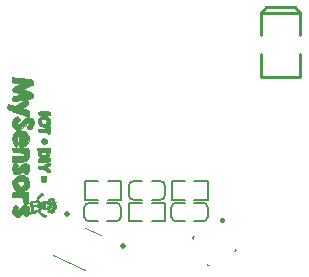
<source format=gbr>
G04 #@! TF.GenerationSoftware,KiCad,Pcbnew,(5.0.2)-1*
G04 #@! TF.CreationDate,2019-07-28T22:47:38+08:00*
G04 #@! TF.ProjectId,I2CS,49324353-2e6b-4696-9361-645f70636258,rev?*
G04 #@! TF.SameCoordinates,Original*
G04 #@! TF.FileFunction,Legend,Top*
G04 #@! TF.FilePolarity,Positive*
%FSLAX46Y46*%
G04 Gerber Fmt 4.6, Leading zero omitted, Abs format (unit mm)*
G04 Created by KiCad (PCBNEW (5.0.2)-1) date 2019-07-28 22:47:38*
%MOMM*%
%LPD*%
G01*
G04 APERTURE LIST*
%ADD10C,0.500000*%
%ADD11C,0.200000*%
%ADD12C,0.120000*%
%ADD13C,0.400000*%
%ADD14C,0.100000*%
%ADD15C,0.254000*%
%ADD16C,0.010000*%
G04 APERTURE END LIST*
D10*
X132709970Y-119921020D02*
X132710070Y-119921020D01*
X127937310Y-117172740D02*
X127937410Y-117172740D01*
D11*
G04 #@! TO.C,C2*
X133160820Y-114832020D02*
G75*
G02X133560820Y-114432020I400000J0D01*
G01*
X133560820Y-116012020D02*
G75*
G02X133160820Y-115612020I0J400000D01*
G01*
X136230820Y-115612020D02*
G75*
G02X135830820Y-116012020I-400000J0D01*
G01*
X135830820Y-114432020D02*
G75*
G02X136230820Y-114832020I0J-400000D01*
G01*
X133560820Y-116012020D02*
X134295820Y-116012020D01*
X135095820Y-116012020D02*
X135830820Y-116012020D01*
X135095820Y-114432020D02*
X135830820Y-114432020D01*
X133160820Y-115612020D02*
X133160820Y-114832020D01*
X136230820Y-115612020D02*
X136230820Y-114832020D01*
X133560820Y-114432020D02*
X134295820Y-114432020D01*
G04 #@! TO.C,R1*
X136778540Y-114454880D02*
X137913540Y-114454880D01*
X139848540Y-116034880D02*
X139848540Y-114454880D01*
X136778540Y-116034880D02*
X136778540Y-114454880D01*
X138713540Y-114454880D02*
X139848540Y-114454880D01*
X136778540Y-116034880D02*
X137913540Y-116034880D01*
X138713540Y-116034880D02*
X139848540Y-116034880D01*
D12*
G04 #@! TO.C,U2*
X126720343Y-120657348D02*
X129439266Y-121925203D01*
X129440635Y-118372964D02*
X130800097Y-119006892D01*
D13*
G04 #@! TO.C,U3*
X141057615Y-117681296D02*
X141057916Y-117682586D01*
D14*
X142206486Y-120293793D02*
X142074044Y-120364213D01*
X142136065Y-120161351D02*
X142206486Y-120293793D01*
X139822527Y-121561366D02*
X139752107Y-121428924D01*
X139822527Y-121561366D02*
X139954969Y-121490945D01*
X138554954Y-119177407D02*
X138687396Y-119106987D01*
X138546125Y-119182102D02*
X138616545Y-119314544D01*
D15*
G04 #@! TO.C,C1*
X144364439Y-100158240D02*
X144814440Y-99722240D01*
X147664440Y-100158240D02*
X147214441Y-99722240D01*
X147214441Y-99722240D02*
X144814440Y-99722240D01*
X147664440Y-102085240D02*
X147664440Y-100158240D01*
X147664441Y-105612240D02*
X144364440Y-105612240D01*
X144364440Y-102085240D02*
X144364439Y-100158240D01*
X147664441Y-105612240D02*
X147664440Y-103685240D01*
X144364440Y-105612240D02*
X144364440Y-103685240D01*
X147664440Y-100158240D02*
X144364439Y-100158240D01*
D11*
G04 #@! TO.C,R2*
X129435400Y-114434560D02*
X130570400Y-114434560D01*
X132505400Y-116014560D02*
X132505400Y-114434560D01*
X129435400Y-116014560D02*
X129435400Y-114434560D01*
X131370400Y-114434560D02*
X132505400Y-114434560D01*
X129435400Y-116014560D02*
X130570400Y-116014560D01*
X131370400Y-116014560D02*
X132505400Y-116014560D01*
G04 #@! TO.C,C3*
X129809240Y-116265900D02*
X130544240Y-116265900D01*
X132479240Y-117445900D02*
X132479240Y-116665900D01*
X129409240Y-117445900D02*
X129409240Y-116665900D01*
X131344240Y-116265900D02*
X132079240Y-116265900D01*
X131344240Y-117845900D02*
X132079240Y-117845900D01*
X129809240Y-117845900D02*
X130544240Y-117845900D01*
X132079240Y-116265900D02*
G75*
G02X132479240Y-116665900I0J-400000D01*
G01*
X132479240Y-117445900D02*
G75*
G02X132079240Y-117845900I-400000J0D01*
G01*
X129809240Y-117845900D02*
G75*
G02X129409240Y-117445900I0J400000D01*
G01*
X129409240Y-116665900D02*
G75*
G02X129809240Y-116265900I400000J0D01*
G01*
G04 #@! TO.C,C4*
X137165840Y-116263360D02*
X137900840Y-116263360D01*
X139835840Y-117443360D02*
X139835840Y-116663360D01*
X136765840Y-117443360D02*
X136765840Y-116663360D01*
X138700840Y-116263360D02*
X139435840Y-116263360D01*
X138700840Y-117843360D02*
X139435840Y-117843360D01*
X137165840Y-117843360D02*
X137900840Y-117843360D01*
X139435840Y-116263360D02*
G75*
G02X139835840Y-116663360I0J-400000D01*
G01*
X139835840Y-117443360D02*
G75*
G02X139435840Y-117843360I-400000J0D01*
G01*
X137165840Y-117843360D02*
G75*
G02X136765840Y-117443360I0J400000D01*
G01*
X136765840Y-116663360D02*
G75*
G02X137165840Y-116263360I400000J0D01*
G01*
G04 #@! TO.C,R3*
X136225740Y-117845900D02*
X135090740Y-117845900D01*
X133155740Y-116265900D02*
X133155740Y-117845900D01*
X136225740Y-116265900D02*
X136225740Y-117845900D01*
X134290740Y-117845900D02*
X133155740Y-117845900D01*
X136225740Y-116265900D02*
X135090740Y-116265900D01*
X134290740Y-116265900D02*
X133155740Y-116265900D01*
D16*
G04 #@! TO.C,G\002A\002A\002A*
G36*
X126325483Y-116622384D02*
X126311364Y-116624100D01*
X126254011Y-116579150D01*
X126252295Y-116565030D01*
X126297245Y-116507677D01*
X126311364Y-116505961D01*
X126368718Y-116550911D01*
X126370434Y-116565030D01*
X126325483Y-116622384D01*
X126325483Y-116622384D01*
G37*
X126325483Y-116622384D02*
X126311364Y-116624100D01*
X126254011Y-116579150D01*
X126252295Y-116565030D01*
X126297245Y-116507677D01*
X126311364Y-116505961D01*
X126368718Y-116550911D01*
X126370434Y-116565030D01*
X126325483Y-116622384D01*
G36*
X126171074Y-114209624D02*
X126145113Y-114354454D01*
X126134157Y-114445417D01*
X126134155Y-114445903D01*
X126082205Y-114480072D01*
X125954472Y-114497145D01*
X125927411Y-114497589D01*
X125795040Y-114490436D01*
X125736213Y-114446269D01*
X125721129Y-114331030D01*
X125720667Y-114261310D01*
X125720667Y-114025030D01*
X125964329Y-114025030D01*
X126117653Y-114029684D01*
X126181269Y-114060567D01*
X126183606Y-114143061D01*
X126171074Y-114209624D01*
X126171074Y-114209624D01*
G37*
X126171074Y-114209624D02*
X126145113Y-114354454D01*
X126134157Y-114445417D01*
X126134155Y-114445903D01*
X126082205Y-114480072D01*
X125954472Y-114497145D01*
X125927411Y-114497589D01*
X125795040Y-114490436D01*
X125736213Y-114446269D01*
X125721129Y-114331030D01*
X125720667Y-114261310D01*
X125720667Y-114025030D01*
X125964329Y-114025030D01*
X126117653Y-114029684D01*
X126181269Y-114060567D01*
X126183606Y-114143061D01*
X126171074Y-114209624D01*
G36*
X126221485Y-111160778D02*
X126163690Y-111189682D01*
X126085082Y-111221578D01*
X126075085Y-111248751D01*
X126032034Y-111301231D01*
X125933260Y-111297184D01*
X125824337Y-111240883D01*
X125805052Y-111223436D01*
X125729806Y-111078370D01*
X125752051Y-110924105D01*
X125809025Y-110850030D01*
X125918737Y-110789652D01*
X126022712Y-110781242D01*
X126074554Y-110827375D01*
X126075085Y-110835263D01*
X126122929Y-110887669D01*
X126163690Y-110894333D01*
X126234953Y-110945682D01*
X126252295Y-111042007D01*
X126221485Y-111160778D01*
X126221485Y-111160778D01*
G37*
X126221485Y-111160778D02*
X126163690Y-111189682D01*
X126085082Y-111221578D01*
X126075085Y-111248751D01*
X126032034Y-111301231D01*
X125933260Y-111297184D01*
X125824337Y-111240883D01*
X125805052Y-111223436D01*
X125729806Y-111078370D01*
X125752051Y-110924105D01*
X125809025Y-110850030D01*
X125918737Y-110789652D01*
X126022712Y-110781242D01*
X126074554Y-110827375D01*
X126075085Y-110835263D01*
X126122929Y-110887669D01*
X126163690Y-110894333D01*
X126234953Y-110945682D01*
X126252295Y-111042007D01*
X126221485Y-111160778D01*
G36*
X126435280Y-113123207D02*
X126356879Y-113179694D01*
X126225185Y-113238458D01*
X126356879Y-113308939D01*
X126441401Y-113393426D01*
X126486010Y-113509446D01*
X126483948Y-113614968D01*
X126428455Y-113667957D01*
X126414736Y-113668768D01*
X126323132Y-113638481D01*
X126177010Y-113564065D01*
X126104620Y-113521397D01*
X125916397Y-113431064D01*
X125729204Y-113379879D01*
X125676364Y-113375566D01*
X125542211Y-113361421D01*
X125490305Y-113303384D01*
X125484388Y-113239450D01*
X125499080Y-113149137D01*
X125566139Y-113119501D01*
X125685690Y-113127138D01*
X125879488Y-113114208D01*
X126081746Y-113017750D01*
X126112890Y-112997137D01*
X126303433Y-112882715D01*
X126421890Y-112852012D01*
X126479099Y-112904599D01*
X126488574Y-112982283D01*
X126435280Y-113123207D01*
X126435280Y-113123207D01*
G37*
X126435280Y-113123207D02*
X126356879Y-113179694D01*
X126225185Y-113238458D01*
X126356879Y-113308939D01*
X126441401Y-113393426D01*
X126486010Y-113509446D01*
X126483948Y-113614968D01*
X126428455Y-113667957D01*
X126414736Y-113668768D01*
X126323132Y-113638481D01*
X126177010Y-113564065D01*
X126104620Y-113521397D01*
X125916397Y-113431064D01*
X125729204Y-113379879D01*
X125676364Y-113375566D01*
X125542211Y-113361421D01*
X125490305Y-113303384D01*
X125484388Y-113239450D01*
X125499080Y-113149137D01*
X125566139Y-113119501D01*
X125685690Y-113127138D01*
X125879488Y-113114208D01*
X126081746Y-113017750D01*
X126112890Y-112997137D01*
X126303433Y-112882715D01*
X126421890Y-112852012D01*
X126479099Y-112904599D01*
X126488574Y-112982283D01*
X126435280Y-113123207D01*
G36*
X126483964Y-108750727D02*
X126454540Y-108794371D01*
X126376914Y-108817026D01*
X126227695Y-108825573D01*
X125986481Y-108826891D01*
X125743344Y-108825535D01*
X125594956Y-108816881D01*
X125517927Y-108794050D01*
X125488868Y-108750162D01*
X125484388Y-108679217D01*
X125488998Y-108607706D01*
X125518421Y-108564062D01*
X125596047Y-108541407D01*
X125745266Y-108532860D01*
X125986481Y-108531542D01*
X126229617Y-108532898D01*
X126378005Y-108541552D01*
X126455034Y-108564383D01*
X126484093Y-108608271D01*
X126488574Y-108679217D01*
X126483964Y-108750727D01*
X126483964Y-108750727D01*
G37*
X126483964Y-108750727D02*
X126454540Y-108794371D01*
X126376914Y-108817026D01*
X126227695Y-108825573D01*
X125986481Y-108826891D01*
X125743344Y-108825535D01*
X125594956Y-108816881D01*
X125517927Y-108794050D01*
X125488868Y-108750162D01*
X125484388Y-108679217D01*
X125488998Y-108607706D01*
X125518421Y-108564062D01*
X125596047Y-108541407D01*
X125745266Y-108532860D01*
X125986481Y-108531542D01*
X126229617Y-108532898D01*
X126378005Y-108541552D01*
X126455034Y-108564383D01*
X126484093Y-108608271D01*
X126488574Y-108679217D01*
X126483964Y-108750727D01*
G36*
X126477825Y-112706355D02*
X126427585Y-112753495D01*
X126310857Y-112783073D01*
X126125490Y-112805685D01*
X125844648Y-112833355D01*
X125660704Y-112843136D01*
X125553186Y-112830582D01*
X125501620Y-112791245D01*
X125485531Y-112720677D01*
X125484388Y-112666426D01*
X125502145Y-112537710D01*
X125570454Y-112491710D01*
X125609071Y-112489217D01*
X125733755Y-112489217D01*
X125607481Y-112385844D01*
X125508678Y-112247100D01*
X125450820Y-112017286D01*
X125445034Y-111972356D01*
X125408862Y-111662240D01*
X125956946Y-111662240D01*
X125956946Y-111957589D01*
X125784864Y-111980495D01*
X125718489Y-112045952D01*
X125761425Y-112149066D01*
X125791550Y-112182054D01*
X125925648Y-112248807D01*
X126060987Y-112217280D01*
X126132077Y-112138681D01*
X126181957Y-112028995D01*
X126163630Y-111975813D01*
X126057470Y-111958841D01*
X125956946Y-111957589D01*
X125956946Y-111662240D01*
X126480270Y-111662240D01*
X126466339Y-111965492D01*
X126442451Y-112174858D01*
X126384875Y-112308439D01*
X126316272Y-112378981D01*
X126180137Y-112489217D01*
X126334355Y-112489217D01*
X126450690Y-112511907D01*
X126487736Y-112600116D01*
X126488574Y-112628476D01*
X126477825Y-112706355D01*
X126477825Y-112706355D01*
G37*
X126477825Y-112706355D02*
X126427585Y-112753495D01*
X126310857Y-112783073D01*
X126125490Y-112805685D01*
X125844648Y-112833355D01*
X125660704Y-112843136D01*
X125553186Y-112830582D01*
X125501620Y-112791245D01*
X125485531Y-112720677D01*
X125484388Y-112666426D01*
X125502145Y-112537710D01*
X125570454Y-112491710D01*
X125609071Y-112489217D01*
X125733755Y-112489217D01*
X125607481Y-112385844D01*
X125508678Y-112247100D01*
X125450820Y-112017286D01*
X125445034Y-111972356D01*
X125408862Y-111662240D01*
X125956946Y-111662240D01*
X125956946Y-111957589D01*
X125784864Y-111980495D01*
X125718489Y-112045952D01*
X125761425Y-112149066D01*
X125791550Y-112182054D01*
X125925648Y-112248807D01*
X126060987Y-112217280D01*
X126132077Y-112138681D01*
X126181957Y-112028995D01*
X126163630Y-111975813D01*
X126057470Y-111958841D01*
X125956946Y-111957589D01*
X125956946Y-111662240D01*
X126480270Y-111662240D01*
X126466339Y-111965492D01*
X126442451Y-112174858D01*
X126384875Y-112308439D01*
X126316272Y-112378981D01*
X126180137Y-112489217D01*
X126334355Y-112489217D01*
X126450690Y-112511907D01*
X126487736Y-112600116D01*
X126488574Y-112628476D01*
X126477825Y-112706355D01*
G36*
X126483049Y-110285457D02*
X126460160Y-110383664D01*
X126410437Y-110419030D01*
X126376754Y-110421775D01*
X126265105Y-110376761D01*
X126227812Y-110325037D01*
X126184554Y-110269928D01*
X126091593Y-110248861D01*
X125919101Y-110256603D01*
X125866879Y-110261719D01*
X125673400Y-110275447D01*
X125562625Y-110261373D01*
X125501019Y-110212786D01*
X125484192Y-110185131D01*
X125438095Y-110084614D01*
X125451790Y-110031848D01*
X125545338Y-110011515D01*
X125715835Y-110008286D01*
X125906399Y-110001258D01*
X126056964Y-109983449D01*
X126099789Y-109972432D01*
X126187979Y-109916341D01*
X126169577Y-109867151D01*
X126056048Y-109836208D01*
X125956946Y-109831077D01*
X125717730Y-109789308D01*
X125562051Y-109664002D01*
X125489909Y-109455159D01*
X125484388Y-109358519D01*
X125523845Y-109121475D01*
X125645089Y-108968104D01*
X125852432Y-108894315D01*
X125982193Y-108885961D01*
X126082133Y-108894298D01*
X126082133Y-109134631D01*
X125924132Y-109143884D01*
X125834923Y-109183388D01*
X125737349Y-109291272D01*
X125733831Y-109431079D01*
X125791550Y-109523914D01*
X125918871Y-109585304D01*
X126053456Y-109560063D01*
X126162528Y-109472368D01*
X126213310Y-109346393D01*
X126188337Y-109231247D01*
X126082133Y-109134631D01*
X126082133Y-108894298D01*
X126169299Y-108901570D01*
X126291984Y-108962233D01*
X126366147Y-109041601D01*
X126471758Y-109258254D01*
X126469274Y-109484161D01*
X126396619Y-109640724D01*
X126337687Y-109735541D01*
X126351557Y-109768680D01*
X126396619Y-109772007D01*
X126451562Y-109798315D01*
X126479968Y-109893039D01*
X126488543Y-110079876D01*
X126488574Y-110096891D01*
X126483049Y-110285457D01*
X126483049Y-110285457D01*
G37*
X126483049Y-110285457D02*
X126460160Y-110383664D01*
X126410437Y-110419030D01*
X126376754Y-110421775D01*
X126265105Y-110376761D01*
X126227812Y-110325037D01*
X126184554Y-110269928D01*
X126091593Y-110248861D01*
X125919101Y-110256603D01*
X125866879Y-110261719D01*
X125673400Y-110275447D01*
X125562625Y-110261373D01*
X125501019Y-110212786D01*
X125484192Y-110185131D01*
X125438095Y-110084614D01*
X125451790Y-110031848D01*
X125545338Y-110011515D01*
X125715835Y-110008286D01*
X125906399Y-110001258D01*
X126056964Y-109983449D01*
X126099789Y-109972432D01*
X126187979Y-109916341D01*
X126169577Y-109867151D01*
X126056048Y-109836208D01*
X125956946Y-109831077D01*
X125717730Y-109789308D01*
X125562051Y-109664002D01*
X125489909Y-109455159D01*
X125484388Y-109358519D01*
X125523845Y-109121475D01*
X125645089Y-108968104D01*
X125852432Y-108894315D01*
X125982193Y-108885961D01*
X126082133Y-108894298D01*
X126082133Y-109134631D01*
X125924132Y-109143884D01*
X125834923Y-109183388D01*
X125737349Y-109291272D01*
X125733831Y-109431079D01*
X125791550Y-109523914D01*
X125918871Y-109585304D01*
X126053456Y-109560063D01*
X126162528Y-109472368D01*
X126213310Y-109346393D01*
X126188337Y-109231247D01*
X126082133Y-109134631D01*
X126082133Y-108894298D01*
X126169299Y-108901570D01*
X126291984Y-108962233D01*
X126366147Y-109041601D01*
X126471758Y-109258254D01*
X126469274Y-109484161D01*
X126396619Y-109640724D01*
X126337687Y-109735541D01*
X126351557Y-109768680D01*
X126396619Y-109772007D01*
X126451562Y-109798315D01*
X126479968Y-109893039D01*
X126488543Y-110079876D01*
X126488574Y-110096891D01*
X126483049Y-110285457D01*
G36*
X126943186Y-116750803D02*
X126899593Y-116772558D01*
X126812147Y-116833588D01*
X126817805Y-116933149D01*
X126830472Y-117020443D01*
X126773699Y-117023396D01*
X126761204Y-117018843D01*
X126680061Y-117022266D01*
X126665783Y-117068977D01*
X126633295Y-117146388D01*
X126606713Y-117155728D01*
X126549320Y-117114838D01*
X126547643Y-117102188D01*
X126501012Y-117070685D01*
X126437650Y-117077413D01*
X126334321Y-117056076D01*
X126271795Y-116966162D01*
X126283926Y-116857025D01*
X126285124Y-116855049D01*
X126256496Y-116820020D01*
X126143497Y-116801970D01*
X126111592Y-116801310D01*
X125963476Y-116786238D01*
X125873821Y-116749360D01*
X125869089Y-116743449D01*
X125801183Y-116721205D01*
X125706426Y-116766313D01*
X125626904Y-116850187D01*
X125602527Y-116924503D01*
X125647359Y-117034505D01*
X125752172Y-117153759D01*
X125872444Y-117236419D01*
X125917967Y-117249309D01*
X126042086Y-117262694D01*
X126060318Y-117264871D01*
X126126245Y-117312967D01*
X126123810Y-117393475D01*
X126060495Y-117448228D01*
X126036359Y-117451077D01*
X125911203Y-117410078D01*
X125755594Y-117309190D01*
X125611869Y-117181575D01*
X125522363Y-117060397D01*
X125515720Y-117043251D01*
X125481047Y-116971262D01*
X125418887Y-116967061D01*
X125306802Y-117017095D01*
X125125094Y-117086675D01*
X124921048Y-117137398D01*
X124910277Y-117139185D01*
X124743030Y-117190154D01*
X124621569Y-117269149D01*
X124609759Y-117283441D01*
X124497731Y-117379872D01*
X124375105Y-117361208D01*
X124272352Y-117272646D01*
X124164332Y-117153285D01*
X124008918Y-117302181D01*
X123826387Y-117425711D01*
X123646502Y-117433683D01*
X123454447Y-117328650D01*
X123330200Y-117180181D01*
X123298806Y-117007612D01*
X123324496Y-116766589D01*
X123393065Y-116585915D01*
X123491766Y-116481005D01*
X123607849Y-116467269D01*
X123697816Y-116525236D01*
X123758435Y-116615073D01*
X123743523Y-116722758D01*
X123720559Y-116777226D01*
X123671819Y-116913964D01*
X123691739Y-116956663D01*
X123778125Y-116905815D01*
X123928786Y-116761916D01*
X123966677Y-116721757D01*
X124111400Y-116578474D01*
X124233417Y-116479039D01*
X124279026Y-116456733D01*
X124279026Y-116936972D01*
X124243922Y-116978519D01*
X124190795Y-117072772D01*
X124210804Y-117085329D01*
X124243922Y-117067124D01*
X124300084Y-116980857D01*
X124302088Y-116960265D01*
X124279026Y-116936972D01*
X124279026Y-116456733D01*
X124299147Y-116446891D01*
X124338134Y-116421673D01*
X124300480Y-116333273D01*
X124279060Y-116299477D01*
X124212087Y-116112295D01*
X124219377Y-116005016D01*
X124226499Y-115891337D01*
X124154762Y-115822490D01*
X124091120Y-115795174D01*
X123922602Y-115763772D01*
X123697534Y-115763373D01*
X123612381Y-115771557D01*
X123298806Y-115810736D01*
X123298806Y-115600672D01*
X123310029Y-115455583D01*
X123337593Y-115372427D01*
X123343108Y-115367978D01*
X123417148Y-115357370D01*
X123582813Y-115346345D01*
X123813604Y-115336378D01*
X124018776Y-115330358D01*
X124650141Y-115315367D01*
X124651186Y-115790895D01*
X124644711Y-116059251D01*
X124621298Y-116233830D01*
X124577090Y-116338265D01*
X124558321Y-116360333D01*
X124499761Y-116436662D01*
X124530233Y-116497045D01*
X124590446Y-116542521D01*
X124685131Y-116656020D01*
X124716286Y-116837229D01*
X124716481Y-116858199D01*
X124724156Y-117004057D01*
X124758717Y-117060025D01*
X124837461Y-117053961D01*
X124837961Y-117053830D01*
X124924350Y-117000621D01*
X124916518Y-116926453D01*
X124883555Y-116808814D01*
X124854323Y-116633584D01*
X124848160Y-116579798D01*
X124821495Y-116426479D01*
X124784502Y-116337652D01*
X124769602Y-116328751D01*
X124721337Y-116281361D01*
X124716481Y-116247530D01*
X124770228Y-116182168D01*
X124910215Y-116128686D01*
X125104556Y-116097021D01*
X125213352Y-116092503D01*
X125213352Y-116211631D01*
X125071620Y-116222519D01*
X124992139Y-116249992D01*
X124958786Y-116336451D01*
X124952760Y-116402360D01*
X124969941Y-116476544D01*
X125043516Y-116491239D01*
X125141390Y-116473917D01*
X125302345Y-116418917D01*
X125403029Y-116353284D01*
X125403029Y-116512910D01*
X125346649Y-116526084D01*
X125191381Y-116560405D01*
X125125138Y-116565030D01*
X125040946Y-116595921D01*
X125012440Y-116707047D01*
X125011829Y-116738754D01*
X125030118Y-116875227D01*
X125071148Y-116949138D01*
X125153876Y-116944431D01*
X125294772Y-116890274D01*
X125368148Y-116852214D01*
X125508336Y-116769077D01*
X125557078Y-116718615D01*
X125527449Y-116678441D01*
X125484186Y-116653527D01*
X125407796Y-116585893D01*
X125408698Y-116537782D01*
X125403029Y-116512910D01*
X125403029Y-116353284D01*
X125416039Y-116344803D01*
X125454947Y-116272319D01*
X125442195Y-116247179D01*
X125356532Y-116219729D01*
X125213352Y-116211631D01*
X125213352Y-116092503D01*
X125214091Y-116092472D01*
X125328860Y-116047751D01*
X125414120Y-115902407D01*
X125414843Y-115900496D01*
X125501892Y-115720757D01*
X125611995Y-115560476D01*
X125722835Y-115445922D01*
X125812095Y-115403367D01*
X125832262Y-115409126D01*
X125891651Y-115490281D01*
X125883152Y-115579138D01*
X125813559Y-115619914D01*
X125714254Y-115667571D01*
X125603970Y-115782327D01*
X125516272Y-115921861D01*
X125484388Y-116034965D01*
X125534775Y-116126280D01*
X125656609Y-116179850D01*
X125661597Y-116179956D01*
X125661597Y-116446891D01*
X125604063Y-116467045D01*
X125602527Y-116472940D01*
X125643919Y-116523372D01*
X125661597Y-116535496D01*
X125716029Y-116530812D01*
X125720667Y-116509447D01*
X125677787Y-116449295D01*
X125661597Y-116446891D01*
X125661597Y-116179956D01*
X125805893Y-116183038D01*
X125895205Y-116152972D01*
X126044666Y-116104933D01*
X126159807Y-116092472D01*
X126200458Y-116082402D01*
X126200458Y-116210612D01*
X126105083Y-116240200D01*
X126063482Y-116342477D01*
X126065913Y-116525713D01*
X126048393Y-116605746D01*
X125994659Y-116604510D01*
X125936212Y-116537545D01*
X125907280Y-116447456D01*
X125882188Y-116359608D01*
X125842821Y-116381648D01*
X125837565Y-116389830D01*
X125822382Y-116511387D01*
X125891082Y-116634442D01*
X126010929Y-116711091D01*
X126155457Y-116724743D01*
X126276806Y-116708687D01*
X126379887Y-116664519D01*
X126420683Y-116576000D01*
X126424840Y-116455255D01*
X126415149Y-116336054D01*
X126396729Y-116303296D01*
X126390383Y-116313984D01*
X126312676Y-116380262D01*
X126269674Y-116387821D01*
X126211026Y-116371895D01*
X126246480Y-116306293D01*
X126252295Y-116299217D01*
X126290342Y-116231323D01*
X126229116Y-116211098D01*
X126200458Y-116210612D01*
X126200458Y-116082402D01*
X126281481Y-116062331D01*
X126311364Y-116003868D01*
X126360985Y-115931797D01*
X126433387Y-115915263D01*
X126561418Y-115892233D01*
X126561418Y-116058161D01*
X126542598Y-116066056D01*
X126513332Y-116137768D01*
X126521227Y-116156587D01*
X126592939Y-116185853D01*
X126603495Y-116181426D01*
X126603495Y-116269682D01*
X126558476Y-116321218D01*
X126560243Y-116446891D01*
X126565696Y-116570481D01*
X126542916Y-116624038D01*
X126541744Y-116624100D01*
X126491389Y-116672613D01*
X126470222Y-116727472D01*
X126443993Y-116822395D01*
X126436356Y-116845612D01*
X126477842Y-116858688D01*
X126518108Y-116860379D01*
X126596470Y-116815260D01*
X126606713Y-116775994D01*
X126645609Y-116666868D01*
X126693671Y-116604651D01*
X126750484Y-116526326D01*
X126712764Y-116461909D01*
X126694321Y-116446064D01*
X126637025Y-116363233D01*
X126640385Y-116322058D01*
X126627658Y-116273745D01*
X126603495Y-116269682D01*
X126603495Y-116181426D01*
X126611758Y-116177959D01*
X126641024Y-116106247D01*
X126633130Y-116087427D01*
X126561418Y-116058161D01*
X126561418Y-115892233D01*
X126591450Y-115886830D01*
X126663561Y-115857382D01*
X126746647Y-115834750D01*
X126794537Y-115899631D01*
X126812035Y-115960163D01*
X126865050Y-116094572D01*
X126921513Y-116165718D01*
X126956851Y-116219411D01*
X126914033Y-116260128D01*
X126871042Y-116314973D01*
X126928801Y-116385501D01*
X127008174Y-116507455D01*
X127011775Y-116645049D01*
X126943186Y-116750803D01*
X126943186Y-116750803D01*
G37*
X126943186Y-116750803D02*
X126899593Y-116772558D01*
X126812147Y-116833588D01*
X126817805Y-116933149D01*
X126830472Y-117020443D01*
X126773699Y-117023396D01*
X126761204Y-117018843D01*
X126680061Y-117022266D01*
X126665783Y-117068977D01*
X126633295Y-117146388D01*
X126606713Y-117155728D01*
X126549320Y-117114838D01*
X126547643Y-117102188D01*
X126501012Y-117070685D01*
X126437650Y-117077413D01*
X126334321Y-117056076D01*
X126271795Y-116966162D01*
X126283926Y-116857025D01*
X126285124Y-116855049D01*
X126256496Y-116820020D01*
X126143497Y-116801970D01*
X126111592Y-116801310D01*
X125963476Y-116786238D01*
X125873821Y-116749360D01*
X125869089Y-116743449D01*
X125801183Y-116721205D01*
X125706426Y-116766313D01*
X125626904Y-116850187D01*
X125602527Y-116924503D01*
X125647359Y-117034505D01*
X125752172Y-117153759D01*
X125872444Y-117236419D01*
X125917967Y-117249309D01*
X126042086Y-117262694D01*
X126060318Y-117264871D01*
X126126245Y-117312967D01*
X126123810Y-117393475D01*
X126060495Y-117448228D01*
X126036359Y-117451077D01*
X125911203Y-117410078D01*
X125755594Y-117309190D01*
X125611869Y-117181575D01*
X125522363Y-117060397D01*
X125515720Y-117043251D01*
X125481047Y-116971262D01*
X125418887Y-116967061D01*
X125306802Y-117017095D01*
X125125094Y-117086675D01*
X124921048Y-117137398D01*
X124910277Y-117139185D01*
X124743030Y-117190154D01*
X124621569Y-117269149D01*
X124609759Y-117283441D01*
X124497731Y-117379872D01*
X124375105Y-117361208D01*
X124272352Y-117272646D01*
X124164332Y-117153285D01*
X124008918Y-117302181D01*
X123826387Y-117425711D01*
X123646502Y-117433683D01*
X123454447Y-117328650D01*
X123330200Y-117180181D01*
X123298806Y-117007612D01*
X123324496Y-116766589D01*
X123393065Y-116585915D01*
X123491766Y-116481005D01*
X123607849Y-116467269D01*
X123697816Y-116525236D01*
X123758435Y-116615073D01*
X123743523Y-116722758D01*
X123720559Y-116777226D01*
X123671819Y-116913964D01*
X123691739Y-116956663D01*
X123778125Y-116905815D01*
X123928786Y-116761916D01*
X123966677Y-116721757D01*
X124111400Y-116578474D01*
X124233417Y-116479039D01*
X124279026Y-116456733D01*
X124279026Y-116936972D01*
X124243922Y-116978519D01*
X124190795Y-117072772D01*
X124210804Y-117085329D01*
X124243922Y-117067124D01*
X124300084Y-116980857D01*
X124302088Y-116960265D01*
X124279026Y-116936972D01*
X124279026Y-116456733D01*
X124299147Y-116446891D01*
X124338134Y-116421673D01*
X124300480Y-116333273D01*
X124279060Y-116299477D01*
X124212087Y-116112295D01*
X124219377Y-116005016D01*
X124226499Y-115891337D01*
X124154762Y-115822490D01*
X124091120Y-115795174D01*
X123922602Y-115763772D01*
X123697534Y-115763373D01*
X123612381Y-115771557D01*
X123298806Y-115810736D01*
X123298806Y-115600672D01*
X123310029Y-115455583D01*
X123337593Y-115372427D01*
X123343108Y-115367978D01*
X123417148Y-115357370D01*
X123582813Y-115346345D01*
X123813604Y-115336378D01*
X124018776Y-115330358D01*
X124650141Y-115315367D01*
X124651186Y-115790895D01*
X124644711Y-116059251D01*
X124621298Y-116233830D01*
X124577090Y-116338265D01*
X124558321Y-116360333D01*
X124499761Y-116436662D01*
X124530233Y-116497045D01*
X124590446Y-116542521D01*
X124685131Y-116656020D01*
X124716286Y-116837229D01*
X124716481Y-116858199D01*
X124724156Y-117004057D01*
X124758717Y-117060025D01*
X124837461Y-117053961D01*
X124837961Y-117053830D01*
X124924350Y-117000621D01*
X124916518Y-116926453D01*
X124883555Y-116808814D01*
X124854323Y-116633584D01*
X124848160Y-116579798D01*
X124821495Y-116426479D01*
X124784502Y-116337652D01*
X124769602Y-116328751D01*
X124721337Y-116281361D01*
X124716481Y-116247530D01*
X124770228Y-116182168D01*
X124910215Y-116128686D01*
X125104556Y-116097021D01*
X125213352Y-116092503D01*
X125213352Y-116211631D01*
X125071620Y-116222519D01*
X124992139Y-116249992D01*
X124958786Y-116336451D01*
X124952760Y-116402360D01*
X124969941Y-116476544D01*
X125043516Y-116491239D01*
X125141390Y-116473917D01*
X125302345Y-116418917D01*
X125403029Y-116353284D01*
X125403029Y-116512910D01*
X125346649Y-116526084D01*
X125191381Y-116560405D01*
X125125138Y-116565030D01*
X125040946Y-116595921D01*
X125012440Y-116707047D01*
X125011829Y-116738754D01*
X125030118Y-116875227D01*
X125071148Y-116949138D01*
X125153876Y-116944431D01*
X125294772Y-116890274D01*
X125368148Y-116852214D01*
X125508336Y-116769077D01*
X125557078Y-116718615D01*
X125527449Y-116678441D01*
X125484186Y-116653527D01*
X125407796Y-116585893D01*
X125408698Y-116537782D01*
X125403029Y-116512910D01*
X125403029Y-116353284D01*
X125416039Y-116344803D01*
X125454947Y-116272319D01*
X125442195Y-116247179D01*
X125356532Y-116219729D01*
X125213352Y-116211631D01*
X125213352Y-116092503D01*
X125214091Y-116092472D01*
X125328860Y-116047751D01*
X125414120Y-115902407D01*
X125414843Y-115900496D01*
X125501892Y-115720757D01*
X125611995Y-115560476D01*
X125722835Y-115445922D01*
X125812095Y-115403367D01*
X125832262Y-115409126D01*
X125891651Y-115490281D01*
X125883152Y-115579138D01*
X125813559Y-115619914D01*
X125714254Y-115667571D01*
X125603970Y-115782327D01*
X125516272Y-115921861D01*
X125484388Y-116034965D01*
X125534775Y-116126280D01*
X125656609Y-116179850D01*
X125661597Y-116179956D01*
X125661597Y-116446891D01*
X125604063Y-116467045D01*
X125602527Y-116472940D01*
X125643919Y-116523372D01*
X125661597Y-116535496D01*
X125716029Y-116530812D01*
X125720667Y-116509447D01*
X125677787Y-116449295D01*
X125661597Y-116446891D01*
X125661597Y-116179956D01*
X125805893Y-116183038D01*
X125895205Y-116152972D01*
X126044666Y-116104933D01*
X126159807Y-116092472D01*
X126200458Y-116082402D01*
X126200458Y-116210612D01*
X126105083Y-116240200D01*
X126063482Y-116342477D01*
X126065913Y-116525713D01*
X126048393Y-116605746D01*
X125994659Y-116604510D01*
X125936212Y-116537545D01*
X125907280Y-116447456D01*
X125882188Y-116359608D01*
X125842821Y-116381648D01*
X125837565Y-116389830D01*
X125822382Y-116511387D01*
X125891082Y-116634442D01*
X126010929Y-116711091D01*
X126155457Y-116724743D01*
X126276806Y-116708687D01*
X126379887Y-116664519D01*
X126420683Y-116576000D01*
X126424840Y-116455255D01*
X126415149Y-116336054D01*
X126396729Y-116303296D01*
X126390383Y-116313984D01*
X126312676Y-116380262D01*
X126269674Y-116387821D01*
X126211026Y-116371895D01*
X126246480Y-116306293D01*
X126252295Y-116299217D01*
X126290342Y-116231323D01*
X126229116Y-116211098D01*
X126200458Y-116210612D01*
X126200458Y-116082402D01*
X126281481Y-116062331D01*
X126311364Y-116003868D01*
X126360985Y-115931797D01*
X126433387Y-115915263D01*
X126561418Y-115892233D01*
X126561418Y-116058161D01*
X126542598Y-116066056D01*
X126513332Y-116137768D01*
X126521227Y-116156587D01*
X126592939Y-116185853D01*
X126603495Y-116181426D01*
X126603495Y-116269682D01*
X126558476Y-116321218D01*
X126560243Y-116446891D01*
X126565696Y-116570481D01*
X126542916Y-116624038D01*
X126541744Y-116624100D01*
X126491389Y-116672613D01*
X126470222Y-116727472D01*
X126443993Y-116822395D01*
X126436356Y-116845612D01*
X126477842Y-116858688D01*
X126518108Y-116860379D01*
X126596470Y-116815260D01*
X126606713Y-116775994D01*
X126645609Y-116666868D01*
X126693671Y-116604651D01*
X126750484Y-116526326D01*
X126712764Y-116461909D01*
X126694321Y-116446064D01*
X126637025Y-116363233D01*
X126640385Y-116322058D01*
X126627658Y-116273745D01*
X126603495Y-116269682D01*
X126603495Y-116181426D01*
X126611758Y-116177959D01*
X126641024Y-116106247D01*
X126633130Y-116087427D01*
X126561418Y-116058161D01*
X126561418Y-115892233D01*
X126591450Y-115886830D01*
X126663561Y-115857382D01*
X126746647Y-115834750D01*
X126794537Y-115899631D01*
X126812035Y-115960163D01*
X126865050Y-116094572D01*
X126921513Y-116165718D01*
X126956851Y-116219411D01*
X126914033Y-116260128D01*
X126871042Y-116314973D01*
X126928801Y-116385501D01*
X127008174Y-116507455D01*
X127011775Y-116645049D01*
X126943186Y-116750803D01*
G36*
X124699108Y-114921039D02*
X124646331Y-115010380D01*
X124542343Y-115106171D01*
X124541073Y-115107240D01*
X124408947Y-115200959D01*
X124268997Y-115248849D01*
X124073484Y-115264838D01*
X123998567Y-115265496D01*
X123787599Y-115258319D01*
X123649591Y-115227005D01*
X123539743Y-115156880D01*
X123471472Y-115092830D01*
X123334933Y-114876555D01*
X123300474Y-114608915D01*
X123366716Y-114307848D01*
X123488377Y-114131017D01*
X123690718Y-113993575D01*
X123937740Y-113916403D01*
X124057986Y-113906891D01*
X124088890Y-113911237D01*
X124088890Y-114391027D01*
X123905978Y-114411136D01*
X123808308Y-114469083D01*
X123725349Y-114580354D01*
X123737448Y-114680882D01*
X123830434Y-114792937D01*
X123941889Y-114887765D01*
X124034305Y-114898114D01*
X124159547Y-114827572D01*
X124175082Y-114816761D01*
X124280902Y-114689169D01*
X124291597Y-114565714D01*
X124254816Y-114450344D01*
X124155575Y-114400292D01*
X124088890Y-114391027D01*
X124088890Y-113911237D01*
X124272068Y-113937000D01*
X124454008Y-114044673D01*
X124489633Y-114075319D01*
X124600425Y-114189935D01*
X124662363Y-114311185D01*
X124693977Y-114484186D01*
X124703643Y-114596367D01*
X124713828Y-114796812D01*
X124699108Y-114921039D01*
X124699108Y-114921039D01*
G37*
X124699108Y-114921039D02*
X124646331Y-115010380D01*
X124542343Y-115106171D01*
X124541073Y-115107240D01*
X124408947Y-115200959D01*
X124268997Y-115248849D01*
X124073484Y-115264838D01*
X123998567Y-115265496D01*
X123787599Y-115258319D01*
X123649591Y-115227005D01*
X123539743Y-115156880D01*
X123471472Y-115092830D01*
X123334933Y-114876555D01*
X123300474Y-114608915D01*
X123366716Y-114307848D01*
X123488377Y-114131017D01*
X123690718Y-113993575D01*
X123937740Y-113916403D01*
X124057986Y-113906891D01*
X124088890Y-113911237D01*
X124088890Y-114391027D01*
X123905978Y-114411136D01*
X123808308Y-114469083D01*
X123725349Y-114580354D01*
X123737448Y-114680882D01*
X123830434Y-114792937D01*
X123941889Y-114887765D01*
X124034305Y-114898114D01*
X124159547Y-114827572D01*
X124175082Y-114816761D01*
X124280902Y-114689169D01*
X124291597Y-114565714D01*
X124254816Y-114450344D01*
X124155575Y-114400292D01*
X124088890Y-114391027D01*
X124088890Y-113911237D01*
X124272068Y-113937000D01*
X124454008Y-114044673D01*
X124489633Y-114075319D01*
X124600425Y-114189935D01*
X124662363Y-114311185D01*
X124693977Y-114484186D01*
X124703643Y-114596367D01*
X124713828Y-114796812D01*
X124699108Y-114921039D01*
G36*
X124693923Y-113510048D02*
X124635420Y-113687632D01*
X124547173Y-113811070D01*
X124456472Y-113847821D01*
X124361839Y-113807477D01*
X124277904Y-113734595D01*
X124209471Y-113621332D01*
X124233993Y-113497553D01*
X124240420Y-113483549D01*
X124279614Y-113395635D01*
X124263948Y-113407463D01*
X124230361Y-113455499D01*
X124089132Y-113653502D01*
X123982613Y-113771102D01*
X123884021Y-113828770D01*
X123766578Y-113846980D01*
X123717162Y-113847821D01*
X123508186Y-113812507D01*
X123396566Y-113739798D01*
X123324082Y-113585548D01*
X123304230Y-113372130D01*
X123337201Y-113146243D01*
X123393551Y-113002473D01*
X123501700Y-112879204D01*
X123620358Y-112868246D01*
X123731795Y-112971155D01*
X123732770Y-112972697D01*
X123762082Y-113092416D01*
X123714400Y-113223654D01*
X123667423Y-113357476D01*
X123688210Y-113420375D01*
X123756755Y-113395143D01*
X123822124Y-113316309D01*
X124010877Y-113087300D01*
X124210355Y-112946513D01*
X124404245Y-112900478D01*
X124576236Y-112955722D01*
X124623657Y-112995529D01*
X124694771Y-113129685D01*
X124715950Y-113312629D01*
X124693923Y-113510048D01*
X124693923Y-113510048D01*
G37*
X124693923Y-113510048D02*
X124635420Y-113687632D01*
X124547173Y-113811070D01*
X124456472Y-113847821D01*
X124361839Y-113807477D01*
X124277904Y-113734595D01*
X124209471Y-113621332D01*
X124233993Y-113497553D01*
X124240420Y-113483549D01*
X124279614Y-113395635D01*
X124263948Y-113407463D01*
X124230361Y-113455499D01*
X124089132Y-113653502D01*
X123982613Y-113771102D01*
X123884021Y-113828770D01*
X123766578Y-113846980D01*
X123717162Y-113847821D01*
X123508186Y-113812507D01*
X123396566Y-113739798D01*
X123324082Y-113585548D01*
X123304230Y-113372130D01*
X123337201Y-113146243D01*
X123393551Y-113002473D01*
X123501700Y-112879204D01*
X123620358Y-112868246D01*
X123731795Y-112971155D01*
X123732770Y-112972697D01*
X123762082Y-113092416D01*
X123714400Y-113223654D01*
X123667423Y-113357476D01*
X123688210Y-113420375D01*
X123756755Y-113395143D01*
X123822124Y-113316309D01*
X124010877Y-113087300D01*
X124210355Y-112946513D01*
X124404245Y-112900478D01*
X124576236Y-112955722D01*
X124623657Y-112995529D01*
X124694771Y-113129685D01*
X124715950Y-113312629D01*
X124693923Y-113510048D01*
G36*
X124637441Y-112504579D02*
X124529245Y-112647711D01*
X124343221Y-112734242D01*
X124065865Y-112775826D01*
X123767519Y-112784565D01*
X123298806Y-112784565D01*
X123298806Y-112319490D01*
X123667992Y-112327990D01*
X123898165Y-112320082D01*
X124090795Y-112289877D01*
X124176977Y-112259413D01*
X124271144Y-112196398D01*
X124268852Y-112139880D01*
X124221089Y-112086649D01*
X124085276Y-112018978D01*
X123837563Y-111977021D01*
X123712105Y-111967610D01*
X123496364Y-111953505D01*
X123372861Y-111933704D01*
X123315869Y-111896138D01*
X123299660Y-111828736D01*
X123298806Y-111773713D01*
X123298806Y-111603170D01*
X124641236Y-111603170D01*
X124674372Y-112001891D01*
X124681316Y-112293191D01*
X124637441Y-112504579D01*
X124637441Y-112504579D01*
G37*
X124637441Y-112504579D02*
X124529245Y-112647711D01*
X124343221Y-112734242D01*
X124065865Y-112775826D01*
X123767519Y-112784565D01*
X123298806Y-112784565D01*
X123298806Y-112319490D01*
X123667992Y-112327990D01*
X123898165Y-112320082D01*
X124090795Y-112289877D01*
X124176977Y-112259413D01*
X124271144Y-112196398D01*
X124268852Y-112139880D01*
X124221089Y-112086649D01*
X124085276Y-112018978D01*
X123837563Y-111977021D01*
X123712105Y-111967610D01*
X123496364Y-111953505D01*
X123372861Y-111933704D01*
X123315869Y-111896138D01*
X123299660Y-111828736D01*
X123298806Y-111773713D01*
X123298806Y-111603170D01*
X124641236Y-111603170D01*
X124674372Y-112001891D01*
X124681316Y-112293191D01*
X124637441Y-112504579D01*
G36*
X124633540Y-111181626D02*
X124483726Y-111367842D01*
X124330501Y-111460149D01*
X124103915Y-111533960D01*
X123954734Y-111529218D01*
X123870709Y-111444307D01*
X123854952Y-111397467D01*
X123818150Y-111250834D01*
X123706333Y-111382700D01*
X123594516Y-111514565D01*
X123446661Y-111348830D01*
X123328826Y-111135832D01*
X123288165Y-110875857D01*
X123324533Y-110611251D01*
X123387411Y-110485277D01*
X123387411Y-110953403D01*
X123357876Y-110982937D01*
X123387411Y-111012472D01*
X123416946Y-110982937D01*
X123387411Y-110953403D01*
X123387411Y-110485277D01*
X123437783Y-110384358D01*
X123450041Y-110369246D01*
X123564620Y-110280139D01*
X123564620Y-111012472D01*
X123535085Y-111042007D01*
X123564620Y-111071542D01*
X123594155Y-111042007D01*
X123564620Y-111012472D01*
X123564620Y-110280139D01*
X123661344Y-110204916D01*
X123777381Y-110176078D01*
X123777381Y-110575058D01*
X123741829Y-110598984D01*
X123669496Y-110727037D01*
X123664312Y-110901581D01*
X123726087Y-111072038D01*
X123743708Y-111097600D01*
X123791923Y-111151174D01*
X123817980Y-111137426D01*
X123828578Y-111038688D01*
X123830434Y-110868855D01*
X123826740Y-110679708D01*
X123811256Y-110588478D01*
X123777381Y-110575058D01*
X123777381Y-110176078D01*
X123927196Y-110138845D01*
X124231103Y-110174901D01*
X124243922Y-110178606D01*
X124243922Y-110687589D01*
X124198451Y-110698094D01*
X124188090Y-110779739D01*
X124212838Y-110890861D01*
X124243922Y-110953403D01*
X124285090Y-110994060D01*
X124300858Y-110932416D01*
X124302088Y-110883051D01*
X124282939Y-110752255D01*
X124243922Y-110687589D01*
X124243922Y-110178606D01*
X124252445Y-110181070D01*
X124473866Y-110300521D01*
X124624332Y-110487279D01*
X124702197Y-110714367D01*
X124705816Y-110954808D01*
X124633540Y-111181626D01*
X124633540Y-111181626D01*
G37*
X124633540Y-111181626D02*
X124483726Y-111367842D01*
X124330501Y-111460149D01*
X124103915Y-111533960D01*
X123954734Y-111529218D01*
X123870709Y-111444307D01*
X123854952Y-111397467D01*
X123818150Y-111250834D01*
X123706333Y-111382700D01*
X123594516Y-111514565D01*
X123446661Y-111348830D01*
X123328826Y-111135832D01*
X123288165Y-110875857D01*
X123324533Y-110611251D01*
X123387411Y-110485277D01*
X123387411Y-110953403D01*
X123357876Y-110982937D01*
X123387411Y-111012472D01*
X123416946Y-110982937D01*
X123387411Y-110953403D01*
X123387411Y-110485277D01*
X123437783Y-110384358D01*
X123450041Y-110369246D01*
X123564620Y-110280139D01*
X123564620Y-111012472D01*
X123535085Y-111042007D01*
X123564620Y-111071542D01*
X123594155Y-111042007D01*
X123564620Y-111012472D01*
X123564620Y-110280139D01*
X123661344Y-110204916D01*
X123777381Y-110176078D01*
X123777381Y-110575058D01*
X123741829Y-110598984D01*
X123669496Y-110727037D01*
X123664312Y-110901581D01*
X123726087Y-111072038D01*
X123743708Y-111097600D01*
X123791923Y-111151174D01*
X123817980Y-111137426D01*
X123828578Y-111038688D01*
X123830434Y-110868855D01*
X123826740Y-110679708D01*
X123811256Y-110588478D01*
X123777381Y-110575058D01*
X123777381Y-110176078D01*
X123927196Y-110138845D01*
X124231103Y-110174901D01*
X124243922Y-110178606D01*
X124243922Y-110687589D01*
X124198451Y-110698094D01*
X124188090Y-110779739D01*
X124212838Y-110890861D01*
X124243922Y-110953403D01*
X124285090Y-110994060D01*
X124300858Y-110932416D01*
X124302088Y-110883051D01*
X124282939Y-110752255D01*
X124243922Y-110687589D01*
X124243922Y-110178606D01*
X124252445Y-110181070D01*
X124473866Y-110300521D01*
X124624332Y-110487279D01*
X124702197Y-110714367D01*
X124705816Y-110954808D01*
X124633540Y-111181626D01*
G36*
X125078893Y-109714124D02*
X124998780Y-109865158D01*
X124940234Y-109929523D01*
X124832336Y-110030142D01*
X124763420Y-110053717D01*
X124690342Y-110008127D01*
X124659652Y-109980780D01*
X124556437Y-109849563D01*
X124556698Y-109744910D01*
X124627876Y-109691576D01*
X124699588Y-109624607D01*
X124711795Y-109536263D01*
X124661752Y-109479637D01*
X124638984Y-109476658D01*
X124556098Y-109520511D01*
X124449953Y-109628835D01*
X124427861Y-109657399D01*
X124220609Y-109869571D01*
X123977013Y-110013370D01*
X123733906Y-110067125D01*
X123731349Y-110067135D01*
X123537602Y-110017288D01*
X123396062Y-109885546D01*
X123314245Y-109699375D01*
X123299671Y-109486243D01*
X123359857Y-109273615D01*
X123471472Y-109117696D01*
X123616185Y-108989934D01*
X123718741Y-108955729D01*
X123806993Y-109013474D01*
X123866840Y-109094902D01*
X123928710Y-109206702D01*
X123916554Y-109286476D01*
X123838667Y-109379290D01*
X123734242Y-109508455D01*
X123724166Y-109577383D01*
X123789388Y-109594798D01*
X123866516Y-109554676D01*
X123995062Y-109449415D01*
X124147399Y-109301674D01*
X124149534Y-109299449D01*
X124315001Y-109136982D01*
X124440472Y-109046954D01*
X124559764Y-109009563D01*
X124653983Y-109004100D01*
X124878988Y-109047652D01*
X125025512Y-109178958D01*
X125094415Y-109398994D01*
X125100434Y-109511052D01*
X125078893Y-109714124D01*
X125078893Y-109714124D01*
G37*
X125078893Y-109714124D02*
X124998780Y-109865158D01*
X124940234Y-109929523D01*
X124832336Y-110030142D01*
X124763420Y-110053717D01*
X124690342Y-110008127D01*
X124659652Y-109980780D01*
X124556437Y-109849563D01*
X124556698Y-109744910D01*
X124627876Y-109691576D01*
X124699588Y-109624607D01*
X124711795Y-109536263D01*
X124661752Y-109479637D01*
X124638984Y-109476658D01*
X124556098Y-109520511D01*
X124449953Y-109628835D01*
X124427861Y-109657399D01*
X124220609Y-109869571D01*
X123977013Y-110013370D01*
X123733906Y-110067125D01*
X123731349Y-110067135D01*
X123537602Y-110017288D01*
X123396062Y-109885546D01*
X123314245Y-109699375D01*
X123299671Y-109486243D01*
X123359857Y-109273615D01*
X123471472Y-109117696D01*
X123616185Y-108989934D01*
X123718741Y-108955729D01*
X123806993Y-109013474D01*
X123866840Y-109094902D01*
X123928710Y-109206702D01*
X123916554Y-109286476D01*
X123838667Y-109379290D01*
X123734242Y-109508455D01*
X123724166Y-109577383D01*
X123789388Y-109594798D01*
X123866516Y-109554676D01*
X123995062Y-109449415D01*
X124147399Y-109301674D01*
X124149534Y-109299449D01*
X124315001Y-109136982D01*
X124440472Y-109046954D01*
X124559764Y-109009563D01*
X124653983Y-109004100D01*
X124878988Y-109047652D01*
X125025512Y-109178958D01*
X125094415Y-109398994D01*
X125100434Y-109511052D01*
X125078893Y-109714124D01*
G36*
X125052233Y-107287704D02*
X124972473Y-107367295D01*
X124884875Y-107403438D01*
X124715138Y-107449906D01*
X124574759Y-107469191D01*
X124500432Y-107484646D01*
X124517083Y-107513493D01*
X124576021Y-107598281D01*
X124621132Y-107734100D01*
X124633612Y-107849666D01*
X124593716Y-107930521D01*
X124477938Y-108013446D01*
X124421809Y-108045980D01*
X124280676Y-108136633D01*
X124195866Y-108211262D01*
X124184853Y-108233376D01*
X124235387Y-108283277D01*
X124361193Y-108342477D01*
X124406364Y-108358312D01*
X124588318Y-108433106D01*
X124681326Y-108527667D01*
X124713483Y-108677859D01*
X124715576Y-108753054D01*
X124710244Y-108855064D01*
X124681526Y-108915253D01*
X124612069Y-108933127D01*
X124484525Y-108908191D01*
X124281542Y-108839950D01*
X123997943Y-108732601D01*
X123724745Y-108629739D01*
X123457975Y-108533338D01*
X123239554Y-108458395D01*
X123165899Y-108434964D01*
X122998969Y-108378841D01*
X122916255Y-108321018D01*
X122888223Y-108227892D01*
X122885318Y-108115765D01*
X122893466Y-107968596D01*
X122913798Y-107887362D01*
X122921692Y-107881775D01*
X122994084Y-107900012D01*
X123138086Y-107946492D01*
X123234749Y-107980044D01*
X123511431Y-108078312D01*
X123938699Y-107824477D01*
X124129899Y-107706939D01*
X124271167Y-107612482D01*
X124340427Y-107556192D01*
X124343314Y-107547988D01*
X124278025Y-107544562D01*
X124127839Y-107556993D01*
X123924536Y-107582603D01*
X123913105Y-107584245D01*
X123637222Y-107623141D01*
X123458356Y-107640576D01*
X123356491Y-107631232D01*
X123311614Y-107589789D01*
X123303709Y-107510930D01*
X123310008Y-107423984D01*
X123331777Y-107277626D01*
X123387965Y-107211756D01*
X123514345Y-107188731D01*
X123535085Y-107187122D01*
X123749165Y-107164688D01*
X123948574Y-107135443D01*
X124053416Y-107114776D01*
X124083940Y-107094915D01*
X124028709Y-107066225D01*
X123876284Y-107019069D01*
X123776146Y-106990180D01*
X123535760Y-106915687D01*
X123390365Y-106851165D01*
X123319599Y-106781075D01*
X123303099Y-106689877D01*
X123308572Y-106633355D01*
X123367564Y-106516466D01*
X123517642Y-106401252D01*
X123769444Y-106280537D01*
X123916075Y-106223507D01*
X124015530Y-106181741D01*
X124039385Y-106151360D01*
X123976250Y-106126493D01*
X123814735Y-106101269D01*
X123638457Y-106080416D01*
X123298806Y-106042111D01*
X123298806Y-105625134D01*
X123727062Y-105665956D01*
X123980747Y-105694398D01*
X124223460Y-105728662D01*
X124391597Y-105759112D01*
X124597178Y-105794436D01*
X124791259Y-105812399D01*
X124813533Y-105812889D01*
X124967053Y-105843799D01*
X125047716Y-105946428D01*
X125070899Y-106137644D01*
X125033193Y-106253449D01*
X124908457Y-106314797D01*
X124738425Y-106367573D01*
X124548497Y-106441281D01*
X124371233Y-106521197D01*
X124239195Y-106592597D01*
X124184944Y-106640758D01*
X124184853Y-106642010D01*
X124236567Y-106680926D01*
X124364614Y-106720281D01*
X124401941Y-106727957D01*
X124608712Y-106779480D01*
X124824338Y-106851009D01*
X124844964Y-106859085D01*
X124992018Y-106930670D01*
X125056663Y-107013143D01*
X125070899Y-107144038D01*
X125052233Y-107287704D01*
X125052233Y-107287704D01*
G37*
X125052233Y-107287704D02*
X124972473Y-107367295D01*
X124884875Y-107403438D01*
X124715138Y-107449906D01*
X124574759Y-107469191D01*
X124500432Y-107484646D01*
X124517083Y-107513493D01*
X124576021Y-107598281D01*
X124621132Y-107734100D01*
X124633612Y-107849666D01*
X124593716Y-107930521D01*
X124477938Y-108013446D01*
X124421809Y-108045980D01*
X124280676Y-108136633D01*
X124195866Y-108211262D01*
X124184853Y-108233376D01*
X124235387Y-108283277D01*
X124361193Y-108342477D01*
X124406364Y-108358312D01*
X124588318Y-108433106D01*
X124681326Y-108527667D01*
X124713483Y-108677859D01*
X124715576Y-108753054D01*
X124710244Y-108855064D01*
X124681526Y-108915253D01*
X124612069Y-108933127D01*
X124484525Y-108908191D01*
X124281542Y-108839950D01*
X123997943Y-108732601D01*
X123724745Y-108629739D01*
X123457975Y-108533338D01*
X123239554Y-108458395D01*
X123165899Y-108434964D01*
X122998969Y-108378841D01*
X122916255Y-108321018D01*
X122888223Y-108227892D01*
X122885318Y-108115765D01*
X122893466Y-107968596D01*
X122913798Y-107887362D01*
X122921692Y-107881775D01*
X122994084Y-107900012D01*
X123138086Y-107946492D01*
X123234749Y-107980044D01*
X123511431Y-108078312D01*
X123938699Y-107824477D01*
X124129899Y-107706939D01*
X124271167Y-107612482D01*
X124340427Y-107556192D01*
X124343314Y-107547988D01*
X124278025Y-107544562D01*
X124127839Y-107556993D01*
X123924536Y-107582603D01*
X123913105Y-107584245D01*
X123637222Y-107623141D01*
X123458356Y-107640576D01*
X123356491Y-107631232D01*
X123311614Y-107589789D01*
X123303709Y-107510930D01*
X123310008Y-107423984D01*
X123331777Y-107277626D01*
X123387965Y-107211756D01*
X123514345Y-107188731D01*
X123535085Y-107187122D01*
X123749165Y-107164688D01*
X123948574Y-107135443D01*
X124053416Y-107114776D01*
X124083940Y-107094915D01*
X124028709Y-107066225D01*
X123876284Y-107019069D01*
X123776146Y-106990180D01*
X123535760Y-106915687D01*
X123390365Y-106851165D01*
X123319599Y-106781075D01*
X123303099Y-106689877D01*
X123308572Y-106633355D01*
X123367564Y-106516466D01*
X123517642Y-106401252D01*
X123769444Y-106280537D01*
X123916075Y-106223507D01*
X124015530Y-106181741D01*
X124039385Y-106151360D01*
X123976250Y-106126493D01*
X123814735Y-106101269D01*
X123638457Y-106080416D01*
X123298806Y-106042111D01*
X123298806Y-105625134D01*
X123727062Y-105665956D01*
X123980747Y-105694398D01*
X124223460Y-105728662D01*
X124391597Y-105759112D01*
X124597178Y-105794436D01*
X124791259Y-105812399D01*
X124813533Y-105812889D01*
X124967053Y-105843799D01*
X125047716Y-105946428D01*
X125070899Y-106137644D01*
X125033193Y-106253449D01*
X124908457Y-106314797D01*
X124738425Y-106367573D01*
X124548497Y-106441281D01*
X124371233Y-106521197D01*
X124239195Y-106592597D01*
X124184944Y-106640758D01*
X124184853Y-106642010D01*
X124236567Y-106680926D01*
X124364614Y-106720281D01*
X124401941Y-106727957D01*
X124608712Y-106779480D01*
X124824338Y-106851009D01*
X124844964Y-106859085D01*
X124992018Y-106930670D01*
X125056663Y-107013143D01*
X125070899Y-107144038D01*
X125052233Y-107287704D01*
G04 #@! TD*
M02*

</source>
